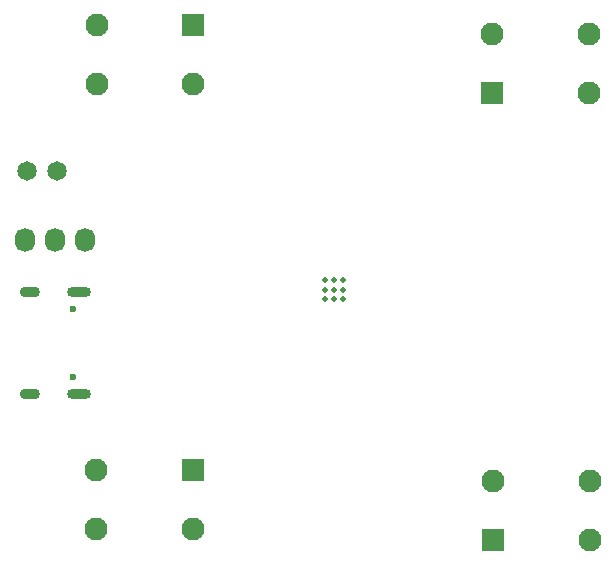
<source format=gbr>
%TF.GenerationSoftware,KiCad,Pcbnew,8.0.6*%
%TF.CreationDate,2024-11-11T10:33:33-08:00*%
%TF.ProjectId,BQ24257,42513234-3235-4372-9e6b-696361645f70,rev?*%
%TF.SameCoordinates,Original*%
%TF.FileFunction,Soldermask,Bot*%
%TF.FilePolarity,Negative*%
%FSLAX46Y46*%
G04 Gerber Fmt 4.6, Leading zero omitted, Abs format (unit mm)*
G04 Created by KiCad (PCBNEW 8.0.6) date 2024-11-11 10:33:33*
%MOMM*%
%LPD*%
G01*
G04 APERTURE LIST*
%ADD10C,0.600000*%
%ADD11O,2.000000X0.900000*%
%ADD12O,1.700000X0.900000*%
%ADD13C,1.651000*%
%ADD14O,1.727200X2.032000*%
%ADD15C,0.508000*%
%ADD16R,1.950000X1.950000*%
%ADD17C,1.950000*%
G04 APERTURE END LIST*
D10*
%TO.C,USB-C1*%
X35040000Y-113320000D03*
X35040000Y-119100000D03*
D11*
X35520000Y-111890000D03*
D12*
X31350000Y-111890000D03*
D11*
X35520000Y-120530000D03*
D12*
X31350000Y-120530000D03*
%TD*%
D13*
%TO.C,J4*%
X33680000Y-101640000D03*
X31140000Y-101640000D03*
%TD*%
D14*
%TO.C,J3*%
X30940000Y-107440000D03*
X33480000Y-107440000D03*
X36020000Y-107440000D03*
%TD*%
D15*
%TO.C,U1*%
X57891400Y-112453800D03*
X57891400Y-111666400D03*
X57891400Y-110879000D03*
X57104000Y-112453800D03*
X57104000Y-111666400D03*
X57104000Y-110879000D03*
X56316600Y-112453800D03*
X56316600Y-111666400D03*
X56316600Y-110879000D03*
%TD*%
D16*
%TO.C,BATTERY1*%
X45210000Y-89230000D03*
D17*
X37010000Y-89230000D03*
X45210000Y-94230000D03*
X37010000Y-94230000D03*
%TD*%
D16*
%TO.C,BAT_OUT1*%
X70580000Y-132860000D03*
D17*
X78780000Y-132860000D03*
X70580000Y-127860000D03*
X78780000Y-127860000D03*
%TD*%
D16*
%TO.C,VOUT1*%
X70530000Y-95010000D03*
D17*
X78730000Y-95010000D03*
X70530000Y-90010000D03*
X78730000Y-90010000D03*
%TD*%
D16*
%TO.C,SOLAR_CELL1*%
X45180000Y-126950000D03*
D17*
X36980000Y-126950000D03*
X45180000Y-131950000D03*
X36980000Y-131950000D03*
%TD*%
M02*

</source>
